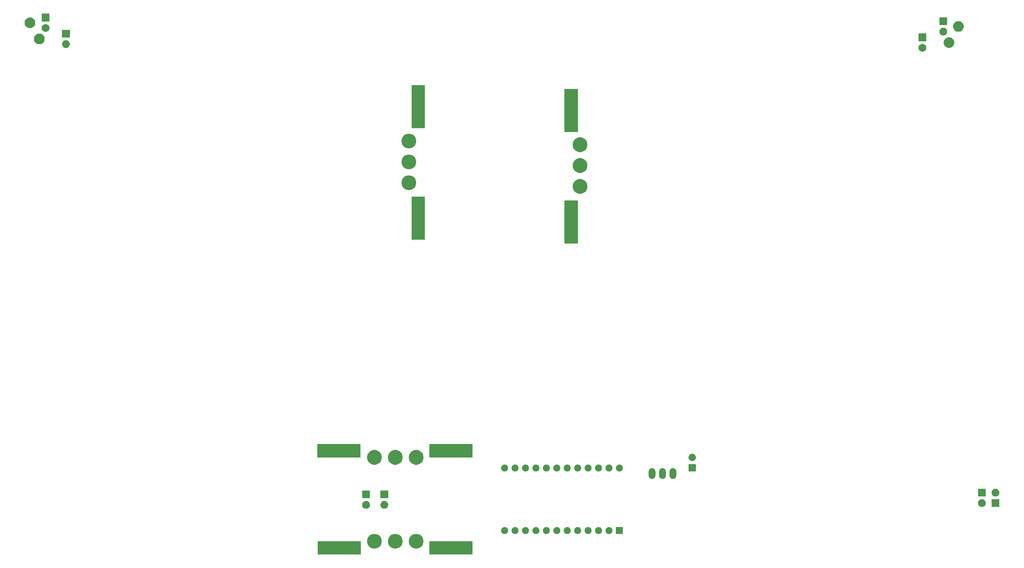
<source format=gbr>
G04 #@! TF.GenerationSoftware,KiCad,Pcbnew,(5.1.0)-1*
G04 #@! TF.CreationDate,2019-05-22T09:29:33+02:00*
G04 #@! TF.ProjectId,A320,41333230-2e6b-4696-9361-645f70636258,1*
G04 #@! TF.SameCoordinates,Original*
G04 #@! TF.FileFunction,Soldermask,Bot*
G04 #@! TF.FilePolarity,Negative*
%FSLAX46Y46*%
G04 Gerber Fmt 4.6, Leading zero omitted, Abs format (unit mm)*
G04 Created by KiCad (PCBNEW (5.1.0)-1) date 2019-05-22 09:29:33*
%MOMM*%
%LPD*%
G04 APERTURE LIST*
%ADD10C,0.100000*%
G04 APERTURE END LIST*
D10*
G36*
X168656000Y-60198000D02*
G01*
X165481000Y-60198000D01*
X165481000Y-49784000D01*
X168656000Y-49784000D01*
X168656000Y-60198000D01*
G37*
X168656000Y-60198000D02*
X165481000Y-60198000D01*
X165481000Y-49784000D01*
X168656000Y-49784000D01*
X168656000Y-60198000D01*
G36*
X168656000Y-87376000D02*
G01*
X165481000Y-87376000D01*
X165481000Y-76962000D01*
X168656000Y-76962000D01*
X168656000Y-87376000D01*
G37*
X168656000Y-87376000D02*
X165481000Y-87376000D01*
X165481000Y-76962000D01*
X168656000Y-76962000D01*
X168656000Y-87376000D01*
G36*
X205867000Y-61087000D02*
G01*
X202692000Y-61087000D01*
X202692000Y-50673000D01*
X205867000Y-50673000D01*
X205867000Y-61087000D01*
G37*
X205867000Y-61087000D02*
X202692000Y-61087000D01*
X202692000Y-50673000D01*
X205867000Y-50673000D01*
X205867000Y-61087000D01*
G36*
X205867000Y-88265000D02*
G01*
X202692000Y-88265000D01*
X202692000Y-77851000D01*
X205867000Y-77851000D01*
X205867000Y-88265000D01*
G37*
X205867000Y-88265000D02*
X202692000Y-88265000D01*
X202692000Y-77851000D01*
X205867000Y-77851000D01*
X205867000Y-88265000D01*
G36*
X180213000Y-164084000D02*
G01*
X169799000Y-164084000D01*
X169799000Y-160909000D01*
X180213000Y-160909000D01*
X180213000Y-164084000D01*
G37*
X180213000Y-164084000D02*
X169799000Y-164084000D01*
X169799000Y-160909000D01*
X180213000Y-160909000D01*
X180213000Y-164084000D01*
G36*
X153035000Y-164084000D02*
G01*
X142621000Y-164084000D01*
X142621000Y-160909000D01*
X153035000Y-160909000D01*
X153035000Y-164084000D01*
G37*
X153035000Y-164084000D02*
X142621000Y-164084000D01*
X142621000Y-160909000D01*
X153035000Y-160909000D01*
X153035000Y-164084000D01*
G36*
X180213000Y-140398500D02*
G01*
X169799000Y-140398500D01*
X169799000Y-137223500D01*
X180213000Y-137223500D01*
X180213000Y-140398500D01*
G37*
X180213000Y-140398500D02*
X169799000Y-140398500D01*
X169799000Y-137223500D01*
X180213000Y-137223500D01*
X180213000Y-140398500D01*
G36*
X152971500Y-140398500D02*
G01*
X142557500Y-140398500D01*
X142557500Y-137223500D01*
X152971500Y-137223500D01*
X152971500Y-140398500D01*
G37*
X152971500Y-140398500D02*
X142557500Y-140398500D01*
X142557500Y-137223500D01*
X152971500Y-137223500D01*
X152971500Y-140398500D01*
G36*
X156690905Y-159117789D02*
G01*
X156989350Y-159177153D01*
X157317122Y-159312921D01*
X157612109Y-159510025D01*
X157862975Y-159760891D01*
X158060079Y-160055878D01*
X158195847Y-160383650D01*
X158265060Y-160731611D01*
X158265060Y-161086389D01*
X158195847Y-161434350D01*
X158060079Y-161762122D01*
X157862975Y-162057109D01*
X157612109Y-162307975D01*
X157317122Y-162505079D01*
X156989350Y-162640847D01*
X156690905Y-162700211D01*
X156641390Y-162710060D01*
X156286610Y-162710060D01*
X156237095Y-162700211D01*
X155938650Y-162640847D01*
X155610878Y-162505079D01*
X155315891Y-162307975D01*
X155065025Y-162057109D01*
X154867921Y-161762122D01*
X154732153Y-161434350D01*
X154662940Y-161086389D01*
X154662940Y-160731611D01*
X154732153Y-160383650D01*
X154867921Y-160055878D01*
X155065025Y-159760891D01*
X155315891Y-159510025D01*
X155610878Y-159312921D01*
X155938650Y-159177153D01*
X156237095Y-159117789D01*
X156286610Y-159107940D01*
X156641390Y-159107940D01*
X156690905Y-159117789D01*
X156690905Y-159117789D01*
G37*
G36*
X166850905Y-159117789D02*
G01*
X167149350Y-159177153D01*
X167477122Y-159312921D01*
X167772109Y-159510025D01*
X168022975Y-159760891D01*
X168220079Y-160055878D01*
X168355847Y-160383650D01*
X168425060Y-160731611D01*
X168425060Y-161086389D01*
X168355847Y-161434350D01*
X168220079Y-161762122D01*
X168022975Y-162057109D01*
X167772109Y-162307975D01*
X167477122Y-162505079D01*
X167149350Y-162640847D01*
X166850905Y-162700211D01*
X166801390Y-162710060D01*
X166446610Y-162710060D01*
X166397095Y-162700211D01*
X166098650Y-162640847D01*
X165770878Y-162505079D01*
X165475891Y-162307975D01*
X165225025Y-162057109D01*
X165027921Y-161762122D01*
X164892153Y-161434350D01*
X164822940Y-161086389D01*
X164822940Y-160731611D01*
X164892153Y-160383650D01*
X165027921Y-160055878D01*
X165225025Y-159760891D01*
X165475891Y-159510025D01*
X165770878Y-159312921D01*
X166098650Y-159177153D01*
X166397095Y-159117789D01*
X166446610Y-159107940D01*
X166801390Y-159107940D01*
X166850905Y-159117789D01*
X166850905Y-159117789D01*
G37*
G36*
X161770905Y-159117789D02*
G01*
X162069350Y-159177153D01*
X162397122Y-159312921D01*
X162692109Y-159510025D01*
X162942975Y-159760891D01*
X163140079Y-160055878D01*
X163275847Y-160383650D01*
X163345060Y-160731611D01*
X163345060Y-161086389D01*
X163275847Y-161434350D01*
X163140079Y-161762122D01*
X162942975Y-162057109D01*
X162692109Y-162307975D01*
X162397122Y-162505079D01*
X162069350Y-162640847D01*
X161770905Y-162700211D01*
X161721390Y-162710060D01*
X161366610Y-162710060D01*
X161317095Y-162700211D01*
X161018650Y-162640847D01*
X160690878Y-162505079D01*
X160395891Y-162307975D01*
X160145025Y-162057109D01*
X159947921Y-161762122D01*
X159812153Y-161434350D01*
X159742940Y-161086389D01*
X159742940Y-160731611D01*
X159812153Y-160383650D01*
X159947921Y-160055878D01*
X160145025Y-159760891D01*
X160395891Y-159510025D01*
X160690878Y-159312921D01*
X161018650Y-159177153D01*
X161317095Y-159117789D01*
X161366610Y-159107940D01*
X161721390Y-159107940D01*
X161770905Y-159117789D01*
X161770905Y-159117789D01*
G37*
G36*
X216941500Y-159156500D02*
G01*
X215239500Y-159156500D01*
X215239500Y-157454500D01*
X216941500Y-157454500D01*
X216941500Y-159156500D01*
X216941500Y-159156500D01*
G37*
G36*
X188398728Y-157487203D02*
G01*
X188553600Y-157551353D01*
X188692981Y-157644485D01*
X188811515Y-157763019D01*
X188904647Y-157902400D01*
X188968797Y-158057272D01*
X189001500Y-158221684D01*
X189001500Y-158389316D01*
X188968797Y-158553728D01*
X188904647Y-158708600D01*
X188811515Y-158847981D01*
X188692981Y-158966515D01*
X188553600Y-159059647D01*
X188398728Y-159123797D01*
X188234316Y-159156500D01*
X188066684Y-159156500D01*
X187902272Y-159123797D01*
X187747400Y-159059647D01*
X187608019Y-158966515D01*
X187489485Y-158847981D01*
X187396353Y-158708600D01*
X187332203Y-158553728D01*
X187299500Y-158389316D01*
X187299500Y-158221684D01*
X187332203Y-158057272D01*
X187396353Y-157902400D01*
X187489485Y-157763019D01*
X187608019Y-157644485D01*
X187747400Y-157551353D01*
X187902272Y-157487203D01*
X188066684Y-157454500D01*
X188234316Y-157454500D01*
X188398728Y-157487203D01*
X188398728Y-157487203D01*
G37*
G36*
X213798728Y-157487203D02*
G01*
X213953600Y-157551353D01*
X214092981Y-157644485D01*
X214211515Y-157763019D01*
X214304647Y-157902400D01*
X214368797Y-158057272D01*
X214401500Y-158221684D01*
X214401500Y-158389316D01*
X214368797Y-158553728D01*
X214304647Y-158708600D01*
X214211515Y-158847981D01*
X214092981Y-158966515D01*
X213953600Y-159059647D01*
X213798728Y-159123797D01*
X213634316Y-159156500D01*
X213466684Y-159156500D01*
X213302272Y-159123797D01*
X213147400Y-159059647D01*
X213008019Y-158966515D01*
X212889485Y-158847981D01*
X212796353Y-158708600D01*
X212732203Y-158553728D01*
X212699500Y-158389316D01*
X212699500Y-158221684D01*
X212732203Y-158057272D01*
X212796353Y-157902400D01*
X212889485Y-157763019D01*
X213008019Y-157644485D01*
X213147400Y-157551353D01*
X213302272Y-157487203D01*
X213466684Y-157454500D01*
X213634316Y-157454500D01*
X213798728Y-157487203D01*
X213798728Y-157487203D01*
G37*
G36*
X211258728Y-157487203D02*
G01*
X211413600Y-157551353D01*
X211552981Y-157644485D01*
X211671515Y-157763019D01*
X211764647Y-157902400D01*
X211828797Y-158057272D01*
X211861500Y-158221684D01*
X211861500Y-158389316D01*
X211828797Y-158553728D01*
X211764647Y-158708600D01*
X211671515Y-158847981D01*
X211552981Y-158966515D01*
X211413600Y-159059647D01*
X211258728Y-159123797D01*
X211094316Y-159156500D01*
X210926684Y-159156500D01*
X210762272Y-159123797D01*
X210607400Y-159059647D01*
X210468019Y-158966515D01*
X210349485Y-158847981D01*
X210256353Y-158708600D01*
X210192203Y-158553728D01*
X210159500Y-158389316D01*
X210159500Y-158221684D01*
X210192203Y-158057272D01*
X210256353Y-157902400D01*
X210349485Y-157763019D01*
X210468019Y-157644485D01*
X210607400Y-157551353D01*
X210762272Y-157487203D01*
X210926684Y-157454500D01*
X211094316Y-157454500D01*
X211258728Y-157487203D01*
X211258728Y-157487203D01*
G37*
G36*
X208718728Y-157487203D02*
G01*
X208873600Y-157551353D01*
X209012981Y-157644485D01*
X209131515Y-157763019D01*
X209224647Y-157902400D01*
X209288797Y-158057272D01*
X209321500Y-158221684D01*
X209321500Y-158389316D01*
X209288797Y-158553728D01*
X209224647Y-158708600D01*
X209131515Y-158847981D01*
X209012981Y-158966515D01*
X208873600Y-159059647D01*
X208718728Y-159123797D01*
X208554316Y-159156500D01*
X208386684Y-159156500D01*
X208222272Y-159123797D01*
X208067400Y-159059647D01*
X207928019Y-158966515D01*
X207809485Y-158847981D01*
X207716353Y-158708600D01*
X207652203Y-158553728D01*
X207619500Y-158389316D01*
X207619500Y-158221684D01*
X207652203Y-158057272D01*
X207716353Y-157902400D01*
X207809485Y-157763019D01*
X207928019Y-157644485D01*
X208067400Y-157551353D01*
X208222272Y-157487203D01*
X208386684Y-157454500D01*
X208554316Y-157454500D01*
X208718728Y-157487203D01*
X208718728Y-157487203D01*
G37*
G36*
X206178728Y-157487203D02*
G01*
X206333600Y-157551353D01*
X206472981Y-157644485D01*
X206591515Y-157763019D01*
X206684647Y-157902400D01*
X206748797Y-158057272D01*
X206781500Y-158221684D01*
X206781500Y-158389316D01*
X206748797Y-158553728D01*
X206684647Y-158708600D01*
X206591515Y-158847981D01*
X206472981Y-158966515D01*
X206333600Y-159059647D01*
X206178728Y-159123797D01*
X206014316Y-159156500D01*
X205846684Y-159156500D01*
X205682272Y-159123797D01*
X205527400Y-159059647D01*
X205388019Y-158966515D01*
X205269485Y-158847981D01*
X205176353Y-158708600D01*
X205112203Y-158553728D01*
X205079500Y-158389316D01*
X205079500Y-158221684D01*
X205112203Y-158057272D01*
X205176353Y-157902400D01*
X205269485Y-157763019D01*
X205388019Y-157644485D01*
X205527400Y-157551353D01*
X205682272Y-157487203D01*
X205846684Y-157454500D01*
X206014316Y-157454500D01*
X206178728Y-157487203D01*
X206178728Y-157487203D01*
G37*
G36*
X203638728Y-157487203D02*
G01*
X203793600Y-157551353D01*
X203932981Y-157644485D01*
X204051515Y-157763019D01*
X204144647Y-157902400D01*
X204208797Y-158057272D01*
X204241500Y-158221684D01*
X204241500Y-158389316D01*
X204208797Y-158553728D01*
X204144647Y-158708600D01*
X204051515Y-158847981D01*
X203932981Y-158966515D01*
X203793600Y-159059647D01*
X203638728Y-159123797D01*
X203474316Y-159156500D01*
X203306684Y-159156500D01*
X203142272Y-159123797D01*
X202987400Y-159059647D01*
X202848019Y-158966515D01*
X202729485Y-158847981D01*
X202636353Y-158708600D01*
X202572203Y-158553728D01*
X202539500Y-158389316D01*
X202539500Y-158221684D01*
X202572203Y-158057272D01*
X202636353Y-157902400D01*
X202729485Y-157763019D01*
X202848019Y-157644485D01*
X202987400Y-157551353D01*
X203142272Y-157487203D01*
X203306684Y-157454500D01*
X203474316Y-157454500D01*
X203638728Y-157487203D01*
X203638728Y-157487203D01*
G37*
G36*
X201098728Y-157487203D02*
G01*
X201253600Y-157551353D01*
X201392981Y-157644485D01*
X201511515Y-157763019D01*
X201604647Y-157902400D01*
X201668797Y-158057272D01*
X201701500Y-158221684D01*
X201701500Y-158389316D01*
X201668797Y-158553728D01*
X201604647Y-158708600D01*
X201511515Y-158847981D01*
X201392981Y-158966515D01*
X201253600Y-159059647D01*
X201098728Y-159123797D01*
X200934316Y-159156500D01*
X200766684Y-159156500D01*
X200602272Y-159123797D01*
X200447400Y-159059647D01*
X200308019Y-158966515D01*
X200189485Y-158847981D01*
X200096353Y-158708600D01*
X200032203Y-158553728D01*
X199999500Y-158389316D01*
X199999500Y-158221684D01*
X200032203Y-158057272D01*
X200096353Y-157902400D01*
X200189485Y-157763019D01*
X200308019Y-157644485D01*
X200447400Y-157551353D01*
X200602272Y-157487203D01*
X200766684Y-157454500D01*
X200934316Y-157454500D01*
X201098728Y-157487203D01*
X201098728Y-157487203D01*
G37*
G36*
X198558728Y-157487203D02*
G01*
X198713600Y-157551353D01*
X198852981Y-157644485D01*
X198971515Y-157763019D01*
X199064647Y-157902400D01*
X199128797Y-158057272D01*
X199161500Y-158221684D01*
X199161500Y-158389316D01*
X199128797Y-158553728D01*
X199064647Y-158708600D01*
X198971515Y-158847981D01*
X198852981Y-158966515D01*
X198713600Y-159059647D01*
X198558728Y-159123797D01*
X198394316Y-159156500D01*
X198226684Y-159156500D01*
X198062272Y-159123797D01*
X197907400Y-159059647D01*
X197768019Y-158966515D01*
X197649485Y-158847981D01*
X197556353Y-158708600D01*
X197492203Y-158553728D01*
X197459500Y-158389316D01*
X197459500Y-158221684D01*
X197492203Y-158057272D01*
X197556353Y-157902400D01*
X197649485Y-157763019D01*
X197768019Y-157644485D01*
X197907400Y-157551353D01*
X198062272Y-157487203D01*
X198226684Y-157454500D01*
X198394316Y-157454500D01*
X198558728Y-157487203D01*
X198558728Y-157487203D01*
G37*
G36*
X196018728Y-157487203D02*
G01*
X196173600Y-157551353D01*
X196312981Y-157644485D01*
X196431515Y-157763019D01*
X196524647Y-157902400D01*
X196588797Y-158057272D01*
X196621500Y-158221684D01*
X196621500Y-158389316D01*
X196588797Y-158553728D01*
X196524647Y-158708600D01*
X196431515Y-158847981D01*
X196312981Y-158966515D01*
X196173600Y-159059647D01*
X196018728Y-159123797D01*
X195854316Y-159156500D01*
X195686684Y-159156500D01*
X195522272Y-159123797D01*
X195367400Y-159059647D01*
X195228019Y-158966515D01*
X195109485Y-158847981D01*
X195016353Y-158708600D01*
X194952203Y-158553728D01*
X194919500Y-158389316D01*
X194919500Y-158221684D01*
X194952203Y-158057272D01*
X195016353Y-157902400D01*
X195109485Y-157763019D01*
X195228019Y-157644485D01*
X195367400Y-157551353D01*
X195522272Y-157487203D01*
X195686684Y-157454500D01*
X195854316Y-157454500D01*
X196018728Y-157487203D01*
X196018728Y-157487203D01*
G37*
G36*
X193478728Y-157487203D02*
G01*
X193633600Y-157551353D01*
X193772981Y-157644485D01*
X193891515Y-157763019D01*
X193984647Y-157902400D01*
X194048797Y-158057272D01*
X194081500Y-158221684D01*
X194081500Y-158389316D01*
X194048797Y-158553728D01*
X193984647Y-158708600D01*
X193891515Y-158847981D01*
X193772981Y-158966515D01*
X193633600Y-159059647D01*
X193478728Y-159123797D01*
X193314316Y-159156500D01*
X193146684Y-159156500D01*
X192982272Y-159123797D01*
X192827400Y-159059647D01*
X192688019Y-158966515D01*
X192569485Y-158847981D01*
X192476353Y-158708600D01*
X192412203Y-158553728D01*
X192379500Y-158389316D01*
X192379500Y-158221684D01*
X192412203Y-158057272D01*
X192476353Y-157902400D01*
X192569485Y-157763019D01*
X192688019Y-157644485D01*
X192827400Y-157551353D01*
X192982272Y-157487203D01*
X193146684Y-157454500D01*
X193314316Y-157454500D01*
X193478728Y-157487203D01*
X193478728Y-157487203D01*
G37*
G36*
X190938728Y-157487203D02*
G01*
X191093600Y-157551353D01*
X191232981Y-157644485D01*
X191351515Y-157763019D01*
X191444647Y-157902400D01*
X191508797Y-158057272D01*
X191541500Y-158221684D01*
X191541500Y-158389316D01*
X191508797Y-158553728D01*
X191444647Y-158708600D01*
X191351515Y-158847981D01*
X191232981Y-158966515D01*
X191093600Y-159059647D01*
X190938728Y-159123797D01*
X190774316Y-159156500D01*
X190606684Y-159156500D01*
X190442272Y-159123797D01*
X190287400Y-159059647D01*
X190148019Y-158966515D01*
X190029485Y-158847981D01*
X189936353Y-158708600D01*
X189872203Y-158553728D01*
X189839500Y-158389316D01*
X189839500Y-158221684D01*
X189872203Y-158057272D01*
X189936353Y-157902400D01*
X190029485Y-157763019D01*
X190148019Y-157644485D01*
X190287400Y-157551353D01*
X190442272Y-157487203D01*
X190606684Y-157454500D01*
X190774316Y-157454500D01*
X190938728Y-157487203D01*
X190938728Y-157487203D01*
G37*
G36*
X159168395Y-151127546D02*
G01*
X159341466Y-151199234D01*
X159341467Y-151199235D01*
X159497227Y-151303310D01*
X159629690Y-151435773D01*
X159629691Y-151435775D01*
X159733766Y-151591534D01*
X159805454Y-151764605D01*
X159842000Y-151948333D01*
X159842000Y-152135667D01*
X159805454Y-152319395D01*
X159733766Y-152492466D01*
X159733765Y-152492467D01*
X159629690Y-152648227D01*
X159497227Y-152780690D01*
X159418818Y-152833081D01*
X159341466Y-152884766D01*
X159168395Y-152956454D01*
X158984667Y-152993000D01*
X158797333Y-152993000D01*
X158613605Y-152956454D01*
X158440534Y-152884766D01*
X158363182Y-152833081D01*
X158284773Y-152780690D01*
X158152310Y-152648227D01*
X158048235Y-152492467D01*
X158048234Y-152492466D01*
X157976546Y-152319395D01*
X157940000Y-152135667D01*
X157940000Y-151948333D01*
X157976546Y-151764605D01*
X158048234Y-151591534D01*
X158152309Y-151435775D01*
X158152310Y-151435773D01*
X158284773Y-151303310D01*
X158440533Y-151199235D01*
X158440534Y-151199234D01*
X158613605Y-151127546D01*
X158797333Y-151091000D01*
X158984667Y-151091000D01*
X159168395Y-151127546D01*
X159168395Y-151127546D01*
G37*
G36*
X154723395Y-151127546D02*
G01*
X154896466Y-151199234D01*
X154896467Y-151199235D01*
X155052227Y-151303310D01*
X155184690Y-151435773D01*
X155184691Y-151435775D01*
X155288766Y-151591534D01*
X155360454Y-151764605D01*
X155397000Y-151948333D01*
X155397000Y-152135667D01*
X155360454Y-152319395D01*
X155288766Y-152492466D01*
X155288765Y-152492467D01*
X155184690Y-152648227D01*
X155052227Y-152780690D01*
X154973818Y-152833081D01*
X154896466Y-152884766D01*
X154723395Y-152956454D01*
X154539667Y-152993000D01*
X154352333Y-152993000D01*
X154168605Y-152956454D01*
X153995534Y-152884766D01*
X153918182Y-152833081D01*
X153839773Y-152780690D01*
X153707310Y-152648227D01*
X153603235Y-152492467D01*
X153603234Y-152492466D01*
X153531546Y-152319395D01*
X153495000Y-152135667D01*
X153495000Y-151948333D01*
X153531546Y-151764605D01*
X153603234Y-151591534D01*
X153707309Y-151435775D01*
X153707310Y-151435773D01*
X153839773Y-151303310D01*
X153995533Y-151199235D01*
X153995534Y-151199234D01*
X154168605Y-151127546D01*
X154352333Y-151091000D01*
X154539667Y-151091000D01*
X154723395Y-151127546D01*
X154723395Y-151127546D01*
G37*
G36*
X308545000Y-152560000D02*
G01*
X306643000Y-152560000D01*
X306643000Y-150658000D01*
X308545000Y-150658000D01*
X308545000Y-152560000D01*
X308545000Y-152560000D01*
G37*
G36*
X304561395Y-150694546D02*
G01*
X304734466Y-150766234D01*
X304734467Y-150766235D01*
X304890227Y-150870310D01*
X305022690Y-151002773D01*
X305022691Y-151002775D01*
X305126766Y-151158534D01*
X305198454Y-151331605D01*
X305235000Y-151515333D01*
X305235000Y-151702667D01*
X305198454Y-151886395D01*
X305126766Y-152059466D01*
X305126765Y-152059467D01*
X305022690Y-152215227D01*
X304890227Y-152347690D01*
X304811818Y-152400081D01*
X304734466Y-152451766D01*
X304561395Y-152523454D01*
X304377667Y-152560000D01*
X304190333Y-152560000D01*
X304006605Y-152523454D01*
X303833534Y-152451766D01*
X303756182Y-152400081D01*
X303677773Y-152347690D01*
X303545310Y-152215227D01*
X303441235Y-152059467D01*
X303441234Y-152059466D01*
X303369546Y-151886395D01*
X303333000Y-151702667D01*
X303333000Y-151515333D01*
X303369546Y-151331605D01*
X303441234Y-151158534D01*
X303545309Y-151002775D01*
X303545310Y-151002773D01*
X303677773Y-150870310D01*
X303833533Y-150766235D01*
X303833534Y-150766234D01*
X304006605Y-150694546D01*
X304190333Y-150658000D01*
X304377667Y-150658000D01*
X304561395Y-150694546D01*
X304561395Y-150694546D01*
G37*
G36*
X159842000Y-150453000D02*
G01*
X157940000Y-150453000D01*
X157940000Y-148551000D01*
X159842000Y-148551000D01*
X159842000Y-150453000D01*
X159842000Y-150453000D01*
G37*
G36*
X155397000Y-150453000D02*
G01*
X153495000Y-150453000D01*
X153495000Y-148551000D01*
X155397000Y-148551000D01*
X155397000Y-150453000D01*
X155397000Y-150453000D01*
G37*
G36*
X307871395Y-148154546D02*
G01*
X308044466Y-148226234D01*
X308044467Y-148226235D01*
X308200227Y-148330310D01*
X308332690Y-148462773D01*
X308332691Y-148462775D01*
X308436766Y-148618534D01*
X308508454Y-148791605D01*
X308545000Y-148975333D01*
X308545000Y-149162667D01*
X308508454Y-149346395D01*
X308436766Y-149519466D01*
X308436765Y-149519467D01*
X308332690Y-149675227D01*
X308200227Y-149807690D01*
X308121818Y-149860081D01*
X308044466Y-149911766D01*
X307871395Y-149983454D01*
X307687667Y-150020000D01*
X307500333Y-150020000D01*
X307316605Y-149983454D01*
X307143534Y-149911766D01*
X307066182Y-149860081D01*
X306987773Y-149807690D01*
X306855310Y-149675227D01*
X306751235Y-149519467D01*
X306751234Y-149519466D01*
X306679546Y-149346395D01*
X306643000Y-149162667D01*
X306643000Y-148975333D01*
X306679546Y-148791605D01*
X306751234Y-148618534D01*
X306855309Y-148462775D01*
X306855310Y-148462773D01*
X306987773Y-148330310D01*
X307143533Y-148226235D01*
X307143534Y-148226234D01*
X307316605Y-148154546D01*
X307500333Y-148118000D01*
X307687667Y-148118000D01*
X307871395Y-148154546D01*
X307871395Y-148154546D01*
G37*
G36*
X305235000Y-150020000D02*
G01*
X303333000Y-150020000D01*
X303333000Y-148118000D01*
X305235000Y-148118000D01*
X305235000Y-150020000D01*
X305235000Y-150020000D01*
G37*
G36*
X229267376Y-143097764D02*
G01*
X229420627Y-143144252D01*
X229420630Y-143144253D01*
X229561863Y-143219744D01*
X229685659Y-143321341D01*
X229787256Y-143445137D01*
X229862747Y-143586370D01*
X229862748Y-143586373D01*
X229909236Y-143739624D01*
X229921000Y-143859067D01*
X229921000Y-144938933D01*
X229909236Y-145058376D01*
X229862748Y-145211626D01*
X229862747Y-145211630D01*
X229787256Y-145352863D01*
X229685659Y-145476659D01*
X229561863Y-145578256D01*
X229420629Y-145653747D01*
X229420626Y-145653748D01*
X229267375Y-145700236D01*
X229108000Y-145715933D01*
X228948624Y-145700236D01*
X228795373Y-145653748D01*
X228795370Y-145653747D01*
X228654137Y-145578256D01*
X228530341Y-145476659D01*
X228428744Y-145352863D01*
X228353253Y-145211629D01*
X228353252Y-145211626D01*
X228306764Y-145058375D01*
X228295000Y-144938932D01*
X228295001Y-143859067D01*
X228306765Y-143739624D01*
X228353253Y-143586373D01*
X228353254Y-143586370D01*
X228428745Y-143445137D01*
X228530342Y-143321341D01*
X228654138Y-143219744D01*
X228795371Y-143144253D01*
X228795374Y-143144252D01*
X228948625Y-143097764D01*
X229108000Y-143082067D01*
X229267376Y-143097764D01*
X229267376Y-143097764D01*
G37*
G36*
X224187376Y-143097764D02*
G01*
X224340627Y-143144252D01*
X224340630Y-143144253D01*
X224481863Y-143219744D01*
X224605659Y-143321341D01*
X224707256Y-143445137D01*
X224782747Y-143586370D01*
X224782748Y-143586373D01*
X224829236Y-143739624D01*
X224841000Y-143859067D01*
X224841000Y-144938933D01*
X224829236Y-145058376D01*
X224782748Y-145211626D01*
X224782747Y-145211630D01*
X224707256Y-145352863D01*
X224605659Y-145476659D01*
X224481863Y-145578256D01*
X224340629Y-145653747D01*
X224340626Y-145653748D01*
X224187375Y-145700236D01*
X224028000Y-145715933D01*
X223868624Y-145700236D01*
X223715373Y-145653748D01*
X223715370Y-145653747D01*
X223574137Y-145578256D01*
X223450341Y-145476659D01*
X223348744Y-145352863D01*
X223273253Y-145211629D01*
X223273252Y-145211626D01*
X223226764Y-145058375D01*
X223215000Y-144938932D01*
X223215001Y-143859067D01*
X223226765Y-143739624D01*
X223273253Y-143586373D01*
X223273254Y-143586370D01*
X223348745Y-143445137D01*
X223450342Y-143321341D01*
X223574138Y-143219744D01*
X223715371Y-143144253D01*
X223715374Y-143144252D01*
X223868625Y-143097764D01*
X224028000Y-143082067D01*
X224187376Y-143097764D01*
X224187376Y-143097764D01*
G37*
G36*
X226727376Y-143097764D02*
G01*
X226880627Y-143144252D01*
X226880630Y-143144253D01*
X227021863Y-143219744D01*
X227145659Y-143321341D01*
X227247256Y-143445137D01*
X227322747Y-143586370D01*
X227322748Y-143586373D01*
X227369236Y-143739624D01*
X227381000Y-143859067D01*
X227381000Y-144938933D01*
X227369236Y-145058376D01*
X227322748Y-145211626D01*
X227322747Y-145211630D01*
X227247256Y-145352863D01*
X227145659Y-145476659D01*
X227021863Y-145578256D01*
X226880629Y-145653747D01*
X226880626Y-145653748D01*
X226727375Y-145700236D01*
X226568000Y-145715933D01*
X226408624Y-145700236D01*
X226255373Y-145653748D01*
X226255370Y-145653747D01*
X226114137Y-145578256D01*
X225990341Y-145476659D01*
X225888744Y-145352863D01*
X225813253Y-145211629D01*
X225813252Y-145211626D01*
X225766764Y-145058375D01*
X225755000Y-144938932D01*
X225755001Y-143859067D01*
X225766765Y-143739624D01*
X225813253Y-143586373D01*
X225813254Y-143586370D01*
X225888745Y-143445137D01*
X225990342Y-143321341D01*
X226114138Y-143219744D01*
X226255371Y-143144253D01*
X226255374Y-143144252D01*
X226408625Y-143097764D01*
X226568000Y-143082067D01*
X226727376Y-143097764D01*
X226727376Y-143097764D01*
G37*
G36*
X208718728Y-142247203D02*
G01*
X208873600Y-142311353D01*
X209012981Y-142404485D01*
X209131515Y-142523019D01*
X209224647Y-142662400D01*
X209288797Y-142817272D01*
X209321500Y-142981684D01*
X209321500Y-143149316D01*
X209288797Y-143313728D01*
X209224647Y-143468600D01*
X209131515Y-143607981D01*
X209012981Y-143726515D01*
X208873600Y-143819647D01*
X208718728Y-143883797D01*
X208554316Y-143916500D01*
X208386684Y-143916500D01*
X208222272Y-143883797D01*
X208067400Y-143819647D01*
X207928019Y-143726515D01*
X207809485Y-143607981D01*
X207716353Y-143468600D01*
X207652203Y-143313728D01*
X207619500Y-143149316D01*
X207619500Y-142981684D01*
X207652203Y-142817272D01*
X207716353Y-142662400D01*
X207809485Y-142523019D01*
X207928019Y-142404485D01*
X208067400Y-142311353D01*
X208222272Y-142247203D01*
X208386684Y-142214500D01*
X208554316Y-142214500D01*
X208718728Y-142247203D01*
X208718728Y-142247203D01*
G37*
G36*
X188398728Y-142247203D02*
G01*
X188553600Y-142311353D01*
X188692981Y-142404485D01*
X188811515Y-142523019D01*
X188904647Y-142662400D01*
X188968797Y-142817272D01*
X189001500Y-142981684D01*
X189001500Y-143149316D01*
X188968797Y-143313728D01*
X188904647Y-143468600D01*
X188811515Y-143607981D01*
X188692981Y-143726515D01*
X188553600Y-143819647D01*
X188398728Y-143883797D01*
X188234316Y-143916500D01*
X188066684Y-143916500D01*
X187902272Y-143883797D01*
X187747400Y-143819647D01*
X187608019Y-143726515D01*
X187489485Y-143607981D01*
X187396353Y-143468600D01*
X187332203Y-143313728D01*
X187299500Y-143149316D01*
X187299500Y-142981684D01*
X187332203Y-142817272D01*
X187396353Y-142662400D01*
X187489485Y-142523019D01*
X187608019Y-142404485D01*
X187747400Y-142311353D01*
X187902272Y-142247203D01*
X188066684Y-142214500D01*
X188234316Y-142214500D01*
X188398728Y-142247203D01*
X188398728Y-142247203D01*
G37*
G36*
X190938728Y-142247203D02*
G01*
X191093600Y-142311353D01*
X191232981Y-142404485D01*
X191351515Y-142523019D01*
X191444647Y-142662400D01*
X191508797Y-142817272D01*
X191541500Y-142981684D01*
X191541500Y-143149316D01*
X191508797Y-143313728D01*
X191444647Y-143468600D01*
X191351515Y-143607981D01*
X191232981Y-143726515D01*
X191093600Y-143819647D01*
X190938728Y-143883797D01*
X190774316Y-143916500D01*
X190606684Y-143916500D01*
X190442272Y-143883797D01*
X190287400Y-143819647D01*
X190148019Y-143726515D01*
X190029485Y-143607981D01*
X189936353Y-143468600D01*
X189872203Y-143313728D01*
X189839500Y-143149316D01*
X189839500Y-142981684D01*
X189872203Y-142817272D01*
X189936353Y-142662400D01*
X190029485Y-142523019D01*
X190148019Y-142404485D01*
X190287400Y-142311353D01*
X190442272Y-142247203D01*
X190606684Y-142214500D01*
X190774316Y-142214500D01*
X190938728Y-142247203D01*
X190938728Y-142247203D01*
G37*
G36*
X193478728Y-142247203D02*
G01*
X193633600Y-142311353D01*
X193772981Y-142404485D01*
X193891515Y-142523019D01*
X193984647Y-142662400D01*
X194048797Y-142817272D01*
X194081500Y-142981684D01*
X194081500Y-143149316D01*
X194048797Y-143313728D01*
X193984647Y-143468600D01*
X193891515Y-143607981D01*
X193772981Y-143726515D01*
X193633600Y-143819647D01*
X193478728Y-143883797D01*
X193314316Y-143916500D01*
X193146684Y-143916500D01*
X192982272Y-143883797D01*
X192827400Y-143819647D01*
X192688019Y-143726515D01*
X192569485Y-143607981D01*
X192476353Y-143468600D01*
X192412203Y-143313728D01*
X192379500Y-143149316D01*
X192379500Y-142981684D01*
X192412203Y-142817272D01*
X192476353Y-142662400D01*
X192569485Y-142523019D01*
X192688019Y-142404485D01*
X192827400Y-142311353D01*
X192982272Y-142247203D01*
X193146684Y-142214500D01*
X193314316Y-142214500D01*
X193478728Y-142247203D01*
X193478728Y-142247203D01*
G37*
G36*
X196018728Y-142247203D02*
G01*
X196173600Y-142311353D01*
X196312981Y-142404485D01*
X196431515Y-142523019D01*
X196524647Y-142662400D01*
X196588797Y-142817272D01*
X196621500Y-142981684D01*
X196621500Y-143149316D01*
X196588797Y-143313728D01*
X196524647Y-143468600D01*
X196431515Y-143607981D01*
X196312981Y-143726515D01*
X196173600Y-143819647D01*
X196018728Y-143883797D01*
X195854316Y-143916500D01*
X195686684Y-143916500D01*
X195522272Y-143883797D01*
X195367400Y-143819647D01*
X195228019Y-143726515D01*
X195109485Y-143607981D01*
X195016353Y-143468600D01*
X194952203Y-143313728D01*
X194919500Y-143149316D01*
X194919500Y-142981684D01*
X194952203Y-142817272D01*
X195016353Y-142662400D01*
X195109485Y-142523019D01*
X195228019Y-142404485D01*
X195367400Y-142311353D01*
X195522272Y-142247203D01*
X195686684Y-142214500D01*
X195854316Y-142214500D01*
X196018728Y-142247203D01*
X196018728Y-142247203D01*
G37*
G36*
X198558728Y-142247203D02*
G01*
X198713600Y-142311353D01*
X198852981Y-142404485D01*
X198971515Y-142523019D01*
X199064647Y-142662400D01*
X199128797Y-142817272D01*
X199161500Y-142981684D01*
X199161500Y-143149316D01*
X199128797Y-143313728D01*
X199064647Y-143468600D01*
X198971515Y-143607981D01*
X198852981Y-143726515D01*
X198713600Y-143819647D01*
X198558728Y-143883797D01*
X198394316Y-143916500D01*
X198226684Y-143916500D01*
X198062272Y-143883797D01*
X197907400Y-143819647D01*
X197768019Y-143726515D01*
X197649485Y-143607981D01*
X197556353Y-143468600D01*
X197492203Y-143313728D01*
X197459500Y-143149316D01*
X197459500Y-142981684D01*
X197492203Y-142817272D01*
X197556353Y-142662400D01*
X197649485Y-142523019D01*
X197768019Y-142404485D01*
X197907400Y-142311353D01*
X198062272Y-142247203D01*
X198226684Y-142214500D01*
X198394316Y-142214500D01*
X198558728Y-142247203D01*
X198558728Y-142247203D01*
G37*
G36*
X206178728Y-142247203D02*
G01*
X206333600Y-142311353D01*
X206472981Y-142404485D01*
X206591515Y-142523019D01*
X206684647Y-142662400D01*
X206748797Y-142817272D01*
X206781500Y-142981684D01*
X206781500Y-143149316D01*
X206748797Y-143313728D01*
X206684647Y-143468600D01*
X206591515Y-143607981D01*
X206472981Y-143726515D01*
X206333600Y-143819647D01*
X206178728Y-143883797D01*
X206014316Y-143916500D01*
X205846684Y-143916500D01*
X205682272Y-143883797D01*
X205527400Y-143819647D01*
X205388019Y-143726515D01*
X205269485Y-143607981D01*
X205176353Y-143468600D01*
X205112203Y-143313728D01*
X205079500Y-143149316D01*
X205079500Y-142981684D01*
X205112203Y-142817272D01*
X205176353Y-142662400D01*
X205269485Y-142523019D01*
X205388019Y-142404485D01*
X205527400Y-142311353D01*
X205682272Y-142247203D01*
X205846684Y-142214500D01*
X206014316Y-142214500D01*
X206178728Y-142247203D01*
X206178728Y-142247203D01*
G37*
G36*
X211258728Y-142247203D02*
G01*
X211413600Y-142311353D01*
X211552981Y-142404485D01*
X211671515Y-142523019D01*
X211764647Y-142662400D01*
X211828797Y-142817272D01*
X211861500Y-142981684D01*
X211861500Y-143149316D01*
X211828797Y-143313728D01*
X211764647Y-143468600D01*
X211671515Y-143607981D01*
X211552981Y-143726515D01*
X211413600Y-143819647D01*
X211258728Y-143883797D01*
X211094316Y-143916500D01*
X210926684Y-143916500D01*
X210762272Y-143883797D01*
X210607400Y-143819647D01*
X210468019Y-143726515D01*
X210349485Y-143607981D01*
X210256353Y-143468600D01*
X210192203Y-143313728D01*
X210159500Y-143149316D01*
X210159500Y-142981684D01*
X210192203Y-142817272D01*
X210256353Y-142662400D01*
X210349485Y-142523019D01*
X210468019Y-142404485D01*
X210607400Y-142311353D01*
X210762272Y-142247203D01*
X210926684Y-142214500D01*
X211094316Y-142214500D01*
X211258728Y-142247203D01*
X211258728Y-142247203D01*
G37*
G36*
X213798728Y-142247203D02*
G01*
X213953600Y-142311353D01*
X214092981Y-142404485D01*
X214211515Y-142523019D01*
X214304647Y-142662400D01*
X214368797Y-142817272D01*
X214401500Y-142981684D01*
X214401500Y-143149316D01*
X214368797Y-143313728D01*
X214304647Y-143468600D01*
X214211515Y-143607981D01*
X214092981Y-143726515D01*
X213953600Y-143819647D01*
X213798728Y-143883797D01*
X213634316Y-143916500D01*
X213466684Y-143916500D01*
X213302272Y-143883797D01*
X213147400Y-143819647D01*
X213008019Y-143726515D01*
X212889485Y-143607981D01*
X212796353Y-143468600D01*
X212732203Y-143313728D01*
X212699500Y-143149316D01*
X212699500Y-142981684D01*
X212732203Y-142817272D01*
X212796353Y-142662400D01*
X212889485Y-142523019D01*
X213008019Y-142404485D01*
X213147400Y-142311353D01*
X213302272Y-142247203D01*
X213466684Y-142214500D01*
X213634316Y-142214500D01*
X213798728Y-142247203D01*
X213798728Y-142247203D01*
G37*
G36*
X216338728Y-142247203D02*
G01*
X216493600Y-142311353D01*
X216632981Y-142404485D01*
X216751515Y-142523019D01*
X216844647Y-142662400D01*
X216908797Y-142817272D01*
X216941500Y-142981684D01*
X216941500Y-143149316D01*
X216908797Y-143313728D01*
X216844647Y-143468600D01*
X216751515Y-143607981D01*
X216632981Y-143726515D01*
X216493600Y-143819647D01*
X216338728Y-143883797D01*
X216174316Y-143916500D01*
X216006684Y-143916500D01*
X215842272Y-143883797D01*
X215687400Y-143819647D01*
X215548019Y-143726515D01*
X215429485Y-143607981D01*
X215336353Y-143468600D01*
X215272203Y-143313728D01*
X215239500Y-143149316D01*
X215239500Y-142981684D01*
X215272203Y-142817272D01*
X215336353Y-142662400D01*
X215429485Y-142523019D01*
X215548019Y-142404485D01*
X215687400Y-142311353D01*
X215842272Y-142247203D01*
X216006684Y-142214500D01*
X216174316Y-142214500D01*
X216338728Y-142247203D01*
X216338728Y-142247203D01*
G37*
G36*
X203638728Y-142247203D02*
G01*
X203793600Y-142311353D01*
X203932981Y-142404485D01*
X204051515Y-142523019D01*
X204144647Y-142662400D01*
X204208797Y-142817272D01*
X204241500Y-142981684D01*
X204241500Y-143149316D01*
X204208797Y-143313728D01*
X204144647Y-143468600D01*
X204051515Y-143607981D01*
X203932981Y-143726515D01*
X203793600Y-143819647D01*
X203638728Y-143883797D01*
X203474316Y-143916500D01*
X203306684Y-143916500D01*
X203142272Y-143883797D01*
X202987400Y-143819647D01*
X202848019Y-143726515D01*
X202729485Y-143607981D01*
X202636353Y-143468600D01*
X202572203Y-143313728D01*
X202539500Y-143149316D01*
X202539500Y-142981684D01*
X202572203Y-142817272D01*
X202636353Y-142662400D01*
X202729485Y-142523019D01*
X202848019Y-142404485D01*
X202987400Y-142311353D01*
X203142272Y-142247203D01*
X203306684Y-142214500D01*
X203474316Y-142214500D01*
X203638728Y-142247203D01*
X203638728Y-142247203D01*
G37*
G36*
X201098728Y-142247203D02*
G01*
X201253600Y-142311353D01*
X201392981Y-142404485D01*
X201511515Y-142523019D01*
X201604647Y-142662400D01*
X201668797Y-142817272D01*
X201701500Y-142981684D01*
X201701500Y-143149316D01*
X201668797Y-143313728D01*
X201604647Y-143468600D01*
X201511515Y-143607981D01*
X201392981Y-143726515D01*
X201253600Y-143819647D01*
X201098728Y-143883797D01*
X200934316Y-143916500D01*
X200766684Y-143916500D01*
X200602272Y-143883797D01*
X200447400Y-143819647D01*
X200308019Y-143726515D01*
X200189485Y-143607981D01*
X200096353Y-143468600D01*
X200032203Y-143313728D01*
X199999500Y-143149316D01*
X199999500Y-142981684D01*
X200032203Y-142817272D01*
X200096353Y-142662400D01*
X200189485Y-142523019D01*
X200308019Y-142404485D01*
X200447400Y-142311353D01*
X200602272Y-142247203D01*
X200766684Y-142214500D01*
X200934316Y-142214500D01*
X201098728Y-142247203D01*
X201098728Y-142247203D01*
G37*
G36*
X234708000Y-143903000D02*
G01*
X232906000Y-143903000D01*
X232906000Y-142101000D01*
X234708000Y-142101000D01*
X234708000Y-143903000D01*
X234708000Y-143903000D01*
G37*
G36*
X156690905Y-138670789D02*
G01*
X156989350Y-138730153D01*
X157317122Y-138865921D01*
X157612109Y-139063025D01*
X157862975Y-139313891D01*
X158060079Y-139608878D01*
X158195847Y-139936650D01*
X158265060Y-140284611D01*
X158265060Y-140639389D01*
X158195847Y-140987350D01*
X158060079Y-141315122D01*
X157862975Y-141610109D01*
X157612109Y-141860975D01*
X157317122Y-142058079D01*
X156989350Y-142193847D01*
X156721108Y-142247203D01*
X156641390Y-142263060D01*
X156286610Y-142263060D01*
X156206892Y-142247203D01*
X155938650Y-142193847D01*
X155610878Y-142058079D01*
X155315891Y-141860975D01*
X155065025Y-141610109D01*
X154867921Y-141315122D01*
X154732153Y-140987350D01*
X154662940Y-140639389D01*
X154662940Y-140284611D01*
X154732153Y-139936650D01*
X154867921Y-139608878D01*
X155065025Y-139313891D01*
X155315891Y-139063025D01*
X155610878Y-138865921D01*
X155938650Y-138730153D01*
X156237095Y-138670789D01*
X156286610Y-138660940D01*
X156641390Y-138660940D01*
X156690905Y-138670789D01*
X156690905Y-138670789D01*
G37*
G36*
X161770905Y-138670789D02*
G01*
X162069350Y-138730153D01*
X162397122Y-138865921D01*
X162692109Y-139063025D01*
X162942975Y-139313891D01*
X163140079Y-139608878D01*
X163275847Y-139936650D01*
X163345060Y-140284611D01*
X163345060Y-140639389D01*
X163275847Y-140987350D01*
X163140079Y-141315122D01*
X162942975Y-141610109D01*
X162692109Y-141860975D01*
X162397122Y-142058079D01*
X162069350Y-142193847D01*
X161801108Y-142247203D01*
X161721390Y-142263060D01*
X161366610Y-142263060D01*
X161286892Y-142247203D01*
X161018650Y-142193847D01*
X160690878Y-142058079D01*
X160395891Y-141860975D01*
X160145025Y-141610109D01*
X159947921Y-141315122D01*
X159812153Y-140987350D01*
X159742940Y-140639389D01*
X159742940Y-140284611D01*
X159812153Y-139936650D01*
X159947921Y-139608878D01*
X160145025Y-139313891D01*
X160395891Y-139063025D01*
X160690878Y-138865921D01*
X161018650Y-138730153D01*
X161317095Y-138670789D01*
X161366610Y-138660940D01*
X161721390Y-138660940D01*
X161770905Y-138670789D01*
X161770905Y-138670789D01*
G37*
G36*
X166850905Y-138670789D02*
G01*
X167149350Y-138730153D01*
X167477122Y-138865921D01*
X167772109Y-139063025D01*
X168022975Y-139313891D01*
X168220079Y-139608878D01*
X168355847Y-139936650D01*
X168425060Y-140284611D01*
X168425060Y-140639389D01*
X168355847Y-140987350D01*
X168220079Y-141315122D01*
X168022975Y-141610109D01*
X167772109Y-141860975D01*
X167477122Y-142058079D01*
X167149350Y-142193847D01*
X166881108Y-142247203D01*
X166801390Y-142263060D01*
X166446610Y-142263060D01*
X166366892Y-142247203D01*
X166098650Y-142193847D01*
X165770878Y-142058079D01*
X165475891Y-141860975D01*
X165225025Y-141610109D01*
X165027921Y-141315122D01*
X164892153Y-140987350D01*
X164822940Y-140639389D01*
X164822940Y-140284611D01*
X164892153Y-139936650D01*
X165027921Y-139608878D01*
X165225025Y-139313891D01*
X165475891Y-139063025D01*
X165770878Y-138865921D01*
X166098650Y-138730153D01*
X166397095Y-138670789D01*
X166446610Y-138660940D01*
X166801390Y-138660940D01*
X166850905Y-138670789D01*
X166850905Y-138670789D01*
G37*
G36*
X233917442Y-139567518D02*
G01*
X233983627Y-139574037D01*
X234153466Y-139625557D01*
X234309991Y-139709222D01*
X234345729Y-139738552D01*
X234447186Y-139821814D01*
X234530448Y-139923271D01*
X234559778Y-139959009D01*
X234643443Y-140115534D01*
X234694963Y-140285373D01*
X234712359Y-140462000D01*
X234694963Y-140638627D01*
X234643443Y-140808466D01*
X234559778Y-140964991D01*
X234541429Y-140987349D01*
X234447186Y-141102186D01*
X234345729Y-141185448D01*
X234309991Y-141214778D01*
X234153466Y-141298443D01*
X233983627Y-141349963D01*
X233917442Y-141356482D01*
X233851260Y-141363000D01*
X233762740Y-141363000D01*
X233696558Y-141356482D01*
X233630373Y-141349963D01*
X233460534Y-141298443D01*
X233304009Y-141214778D01*
X233268271Y-141185448D01*
X233166814Y-141102186D01*
X233072571Y-140987349D01*
X233054222Y-140964991D01*
X232970557Y-140808466D01*
X232919037Y-140638627D01*
X232901641Y-140462000D01*
X232919037Y-140285373D01*
X232970557Y-140115534D01*
X233054222Y-139959009D01*
X233083552Y-139923271D01*
X233166814Y-139821814D01*
X233268271Y-139738552D01*
X233304009Y-139709222D01*
X233460534Y-139625557D01*
X233630373Y-139574037D01*
X233696558Y-139567518D01*
X233762740Y-139561000D01*
X233851260Y-139561000D01*
X233917442Y-139567518D01*
X233917442Y-139567518D01*
G37*
G36*
X206728905Y-72630789D02*
G01*
X207027350Y-72690153D01*
X207355122Y-72825921D01*
X207650109Y-73023025D01*
X207900975Y-73273891D01*
X208098079Y-73568878D01*
X208233847Y-73896650D01*
X208303060Y-74244611D01*
X208303060Y-74599389D01*
X208233847Y-74947350D01*
X208098079Y-75275122D01*
X207900975Y-75570109D01*
X207650109Y-75820975D01*
X207355122Y-76018079D01*
X207027350Y-76153847D01*
X206728905Y-76213211D01*
X206679390Y-76223060D01*
X206324610Y-76223060D01*
X206275095Y-76213211D01*
X205976650Y-76153847D01*
X205648878Y-76018079D01*
X205353891Y-75820975D01*
X205103025Y-75570109D01*
X204905921Y-75275122D01*
X204770153Y-74947350D01*
X204700940Y-74599389D01*
X204700940Y-74244611D01*
X204770153Y-73896650D01*
X204905921Y-73568878D01*
X205103025Y-73273891D01*
X205353891Y-73023025D01*
X205648878Y-72825921D01*
X205976650Y-72690153D01*
X206275095Y-72630789D01*
X206324610Y-72620940D01*
X206679390Y-72620940D01*
X206728905Y-72630789D01*
X206728905Y-72630789D01*
G37*
G36*
X165072905Y-71741789D02*
G01*
X165371350Y-71801153D01*
X165699122Y-71936921D01*
X165994109Y-72134025D01*
X166244975Y-72384891D01*
X166442079Y-72679878D01*
X166577847Y-73007650D01*
X166647060Y-73355611D01*
X166647060Y-73710389D01*
X166577847Y-74058350D01*
X166442079Y-74386122D01*
X166244975Y-74681109D01*
X165994109Y-74931975D01*
X165699122Y-75129079D01*
X165371350Y-75264847D01*
X165072905Y-75324211D01*
X165023390Y-75334060D01*
X164668610Y-75334060D01*
X164619095Y-75324211D01*
X164320650Y-75264847D01*
X163992878Y-75129079D01*
X163697891Y-74931975D01*
X163447025Y-74681109D01*
X163249921Y-74386122D01*
X163114153Y-74058350D01*
X163044940Y-73710389D01*
X163044940Y-73355611D01*
X163114153Y-73007650D01*
X163249921Y-72679878D01*
X163447025Y-72384891D01*
X163697891Y-72134025D01*
X163992878Y-71936921D01*
X164320650Y-71801153D01*
X164619095Y-71741789D01*
X164668610Y-71731940D01*
X165023390Y-71731940D01*
X165072905Y-71741789D01*
X165072905Y-71741789D01*
G37*
G36*
X206728905Y-67550789D02*
G01*
X207027350Y-67610153D01*
X207355122Y-67745921D01*
X207650109Y-67943025D01*
X207900975Y-68193891D01*
X208098079Y-68488878D01*
X208233847Y-68816650D01*
X208303060Y-69164611D01*
X208303060Y-69519389D01*
X208233847Y-69867350D01*
X208098079Y-70195122D01*
X207900975Y-70490109D01*
X207650109Y-70740975D01*
X207355122Y-70938079D01*
X207027350Y-71073847D01*
X206728905Y-71133211D01*
X206679390Y-71143060D01*
X206324610Y-71143060D01*
X206275095Y-71133211D01*
X205976650Y-71073847D01*
X205648878Y-70938079D01*
X205353891Y-70740975D01*
X205103025Y-70490109D01*
X204905921Y-70195122D01*
X204770153Y-69867350D01*
X204700940Y-69519389D01*
X204700940Y-69164611D01*
X204770153Y-68816650D01*
X204905921Y-68488878D01*
X205103025Y-68193891D01*
X205353891Y-67943025D01*
X205648878Y-67745921D01*
X205976650Y-67610153D01*
X206275095Y-67550789D01*
X206324610Y-67540940D01*
X206679390Y-67540940D01*
X206728905Y-67550789D01*
X206728905Y-67550789D01*
G37*
G36*
X165072905Y-66661789D02*
G01*
X165371350Y-66721153D01*
X165699122Y-66856921D01*
X165994109Y-67054025D01*
X166244975Y-67304891D01*
X166442079Y-67599878D01*
X166577847Y-67927650D01*
X166647060Y-68275611D01*
X166647060Y-68630389D01*
X166577847Y-68978350D01*
X166442079Y-69306122D01*
X166244975Y-69601109D01*
X165994109Y-69851975D01*
X165699122Y-70049079D01*
X165371350Y-70184847D01*
X165072905Y-70244211D01*
X165023390Y-70254060D01*
X164668610Y-70254060D01*
X164619095Y-70244211D01*
X164320650Y-70184847D01*
X163992878Y-70049079D01*
X163697891Y-69851975D01*
X163447025Y-69601109D01*
X163249921Y-69306122D01*
X163114153Y-68978350D01*
X163044940Y-68630389D01*
X163044940Y-68275611D01*
X163114153Y-67927650D01*
X163249921Y-67599878D01*
X163447025Y-67304891D01*
X163697891Y-67054025D01*
X163992878Y-66856921D01*
X164320650Y-66721153D01*
X164619095Y-66661789D01*
X164668610Y-66651940D01*
X165023390Y-66651940D01*
X165072905Y-66661789D01*
X165072905Y-66661789D01*
G37*
G36*
X206728905Y-62470789D02*
G01*
X207027350Y-62530153D01*
X207355122Y-62665921D01*
X207650109Y-62863025D01*
X207900975Y-63113891D01*
X208098079Y-63408878D01*
X208233847Y-63736650D01*
X208303060Y-64084611D01*
X208303060Y-64439389D01*
X208233847Y-64787350D01*
X208098079Y-65115122D01*
X207900975Y-65410109D01*
X207650109Y-65660975D01*
X207355122Y-65858079D01*
X207027350Y-65993847D01*
X206728905Y-66053211D01*
X206679390Y-66063060D01*
X206324610Y-66063060D01*
X206275095Y-66053211D01*
X205976650Y-65993847D01*
X205648878Y-65858079D01*
X205353891Y-65660975D01*
X205103025Y-65410109D01*
X204905921Y-65115122D01*
X204770153Y-64787350D01*
X204700940Y-64439389D01*
X204700940Y-64084611D01*
X204770153Y-63736650D01*
X204905921Y-63408878D01*
X205103025Y-63113891D01*
X205353891Y-62863025D01*
X205648878Y-62665921D01*
X205976650Y-62530153D01*
X206275095Y-62470789D01*
X206324610Y-62460940D01*
X206679390Y-62460940D01*
X206728905Y-62470789D01*
X206728905Y-62470789D01*
G37*
G36*
X165072905Y-61581789D02*
G01*
X165371350Y-61641153D01*
X165699122Y-61776921D01*
X165994109Y-61974025D01*
X166244975Y-62224891D01*
X166442079Y-62519878D01*
X166577847Y-62847650D01*
X166647060Y-63195611D01*
X166647060Y-63550389D01*
X166577847Y-63898350D01*
X166442079Y-64226122D01*
X166244975Y-64521109D01*
X165994109Y-64771975D01*
X165699122Y-64969079D01*
X165371350Y-65104847D01*
X165072905Y-65164211D01*
X165023390Y-65174060D01*
X164668610Y-65174060D01*
X164619095Y-65164211D01*
X164320650Y-65104847D01*
X163992878Y-64969079D01*
X163697891Y-64771975D01*
X163447025Y-64521109D01*
X163249921Y-64226122D01*
X163114153Y-63898350D01*
X163044940Y-63550389D01*
X163044940Y-63195611D01*
X163114153Y-62847650D01*
X163249921Y-62519878D01*
X163447025Y-62224891D01*
X163697891Y-61974025D01*
X163992878Y-61776921D01*
X164320650Y-61641153D01*
X164619095Y-61581789D01*
X164668610Y-61571940D01*
X165023390Y-61571940D01*
X165072905Y-61581789D01*
X165072905Y-61581789D01*
G37*
G36*
X290091395Y-39725546D02*
G01*
X290264466Y-39797234D01*
X290264467Y-39797235D01*
X290420227Y-39901310D01*
X290552690Y-40033773D01*
X290552691Y-40033775D01*
X290656766Y-40189534D01*
X290728454Y-40362605D01*
X290765000Y-40546333D01*
X290765000Y-40733667D01*
X290728454Y-40917395D01*
X290656766Y-41090466D01*
X290656765Y-41090467D01*
X290552690Y-41246227D01*
X290420227Y-41378690D01*
X290341818Y-41431081D01*
X290264466Y-41482766D01*
X290091395Y-41554454D01*
X289907667Y-41591000D01*
X289720333Y-41591000D01*
X289536605Y-41554454D01*
X289363534Y-41482766D01*
X289286182Y-41431081D01*
X289207773Y-41378690D01*
X289075310Y-41246227D01*
X288971235Y-41090467D01*
X288971234Y-41090466D01*
X288899546Y-40917395D01*
X288863000Y-40733667D01*
X288863000Y-40546333D01*
X288899546Y-40362605D01*
X288971234Y-40189534D01*
X289075309Y-40033775D01*
X289075310Y-40033773D01*
X289207773Y-39901310D01*
X289363533Y-39797235D01*
X289363534Y-39797234D01*
X289536605Y-39725546D01*
X289720333Y-39689000D01*
X289907667Y-39689000D01*
X290091395Y-39725546D01*
X290091395Y-39725546D01*
G37*
G36*
X81684395Y-38836546D02*
G01*
X81857466Y-38908234D01*
X81857467Y-38908235D01*
X82013227Y-39012310D01*
X82145690Y-39144773D01*
X82145691Y-39144775D01*
X82249766Y-39300534D01*
X82321454Y-39473605D01*
X82358000Y-39657333D01*
X82358000Y-39844667D01*
X82321454Y-40028395D01*
X82249766Y-40201466D01*
X82249765Y-40201467D01*
X82145690Y-40357227D01*
X82013227Y-40489690D01*
X81934818Y-40542081D01*
X81857466Y-40593766D01*
X81684395Y-40665454D01*
X81500667Y-40702000D01*
X81313333Y-40702000D01*
X81129605Y-40665454D01*
X80956534Y-40593766D01*
X80879182Y-40542081D01*
X80800773Y-40489690D01*
X80668310Y-40357227D01*
X80564235Y-40201467D01*
X80564234Y-40201466D01*
X80492546Y-40028395D01*
X80456000Y-39844667D01*
X80456000Y-39657333D01*
X80492546Y-39473605D01*
X80564234Y-39300534D01*
X80668309Y-39144775D01*
X80668310Y-39144773D01*
X80800773Y-39012310D01*
X80956533Y-38908235D01*
X80956534Y-38908234D01*
X81129605Y-38836546D01*
X81313333Y-38800000D01*
X81500667Y-38800000D01*
X81684395Y-38836546D01*
X81684395Y-38836546D01*
G37*
G36*
X296670487Y-38118996D02*
G01*
X296907253Y-38217068D01*
X296907255Y-38217069D01*
X297110482Y-38352861D01*
X297120339Y-38359447D01*
X297301553Y-38540661D01*
X297443932Y-38753747D01*
X297542004Y-38990513D01*
X297592000Y-39241861D01*
X297592000Y-39498139D01*
X297542004Y-39749487D01*
X297443932Y-39986253D01*
X297443931Y-39986255D01*
X297301553Y-40199339D01*
X297120339Y-40380553D01*
X296907255Y-40522931D01*
X296907254Y-40522932D01*
X296907253Y-40522932D01*
X296670487Y-40621004D01*
X296419139Y-40671000D01*
X296162861Y-40671000D01*
X295911513Y-40621004D01*
X295674747Y-40522932D01*
X295674746Y-40522932D01*
X295674745Y-40522931D01*
X295461661Y-40380553D01*
X295280447Y-40199339D01*
X295138069Y-39986255D01*
X295138068Y-39986253D01*
X295039996Y-39749487D01*
X294990000Y-39498139D01*
X294990000Y-39241861D01*
X295039996Y-38990513D01*
X295138068Y-38753747D01*
X295280447Y-38540661D01*
X295461661Y-38359447D01*
X295471518Y-38352861D01*
X295674745Y-38217069D01*
X295674747Y-38217068D01*
X295911513Y-38118996D01*
X296162861Y-38069000D01*
X296419139Y-38069000D01*
X296670487Y-38118996D01*
X296670487Y-38118996D01*
G37*
G36*
X75309487Y-37229996D02*
G01*
X75546253Y-37328068D01*
X75546255Y-37328069D01*
X75759339Y-37470447D01*
X75940553Y-37651661D01*
X76082932Y-37864747D01*
X76181004Y-38101513D01*
X76231000Y-38352861D01*
X76231000Y-38609139D01*
X76181004Y-38860487D01*
X76082932Y-39097253D01*
X76082931Y-39097255D01*
X75940553Y-39310339D01*
X75759339Y-39491553D01*
X75546255Y-39633931D01*
X75546254Y-39633932D01*
X75546253Y-39633932D01*
X75309487Y-39732004D01*
X75058139Y-39782000D01*
X74801861Y-39782000D01*
X74550513Y-39732004D01*
X74313747Y-39633932D01*
X74313746Y-39633932D01*
X74313745Y-39633931D01*
X74100661Y-39491553D01*
X73919447Y-39310339D01*
X73777069Y-39097255D01*
X73777068Y-39097253D01*
X73678996Y-38860487D01*
X73629000Y-38609139D01*
X73629000Y-38352861D01*
X73678996Y-38101513D01*
X73777068Y-37864747D01*
X73919447Y-37651661D01*
X74100661Y-37470447D01*
X74313745Y-37328069D01*
X74313747Y-37328068D01*
X74550513Y-37229996D01*
X74801861Y-37180000D01*
X75058139Y-37180000D01*
X75309487Y-37229996D01*
X75309487Y-37229996D01*
G37*
G36*
X290765000Y-39051000D02*
G01*
X288863000Y-39051000D01*
X288863000Y-37149000D01*
X290765000Y-37149000D01*
X290765000Y-39051000D01*
X290765000Y-39051000D01*
G37*
G36*
X82358000Y-38162000D02*
G01*
X80456000Y-38162000D01*
X80456000Y-36260000D01*
X82358000Y-36260000D01*
X82358000Y-38162000D01*
X82358000Y-38162000D01*
G37*
G36*
X295171395Y-35788546D02*
G01*
X295344466Y-35860234D01*
X295344467Y-35860235D01*
X295500227Y-35964310D01*
X295632690Y-36096773D01*
X295632691Y-36096775D01*
X295736766Y-36252534D01*
X295808454Y-36425605D01*
X295845000Y-36609333D01*
X295845000Y-36796667D01*
X295808454Y-36980395D01*
X295736766Y-37153466D01*
X295685630Y-37229996D01*
X295632690Y-37309227D01*
X295500227Y-37441690D01*
X295457189Y-37470447D01*
X295344466Y-37545766D01*
X295171395Y-37617454D01*
X294987667Y-37654000D01*
X294800333Y-37654000D01*
X294616605Y-37617454D01*
X294443534Y-37545766D01*
X294330811Y-37470447D01*
X294287773Y-37441690D01*
X294155310Y-37309227D01*
X294102370Y-37229996D01*
X294051234Y-37153466D01*
X293979546Y-36980395D01*
X293943000Y-36796667D01*
X293943000Y-36609333D01*
X293979546Y-36425605D01*
X294051234Y-36252534D01*
X294155309Y-36096775D01*
X294155310Y-36096773D01*
X294287773Y-35964310D01*
X294443533Y-35860235D01*
X294443534Y-35860234D01*
X294616605Y-35788546D01*
X294800333Y-35752000D01*
X294987667Y-35752000D01*
X295171395Y-35788546D01*
X295171395Y-35788546D01*
G37*
G36*
X76731395Y-34899546D02*
G01*
X76904466Y-34971234D01*
X76904467Y-34971235D01*
X77060227Y-35075310D01*
X77192690Y-35207773D01*
X77192691Y-35207775D01*
X77296766Y-35363534D01*
X77368454Y-35536605D01*
X77405000Y-35720333D01*
X77405000Y-35907667D01*
X77368454Y-36091395D01*
X77296766Y-36264466D01*
X77296765Y-36264467D01*
X77192690Y-36420227D01*
X77060227Y-36552690D01*
X76981818Y-36605081D01*
X76904466Y-36656766D01*
X76731395Y-36728454D01*
X76547667Y-36765000D01*
X76360333Y-36765000D01*
X76176605Y-36728454D01*
X76003534Y-36656766D01*
X75926182Y-36605081D01*
X75847773Y-36552690D01*
X75715310Y-36420227D01*
X75611235Y-36264467D01*
X75611234Y-36264466D01*
X75539546Y-36091395D01*
X75503000Y-35907667D01*
X75503000Y-35720333D01*
X75539546Y-35536605D01*
X75611234Y-35363534D01*
X75715309Y-35207775D01*
X75715310Y-35207773D01*
X75847773Y-35075310D01*
X76003533Y-34971235D01*
X76003534Y-34971234D01*
X76176605Y-34899546D01*
X76360333Y-34863000D01*
X76547667Y-34863000D01*
X76731395Y-34899546D01*
X76731395Y-34899546D01*
G37*
G36*
X298956487Y-34181996D02*
G01*
X299193253Y-34280068D01*
X299193255Y-34280069D01*
X299396482Y-34415861D01*
X299406339Y-34422447D01*
X299587553Y-34603661D01*
X299729932Y-34816747D01*
X299828004Y-35053513D01*
X299878000Y-35304861D01*
X299878000Y-35561139D01*
X299828004Y-35812487D01*
X299729932Y-36049253D01*
X299729931Y-36049255D01*
X299587553Y-36262339D01*
X299406339Y-36443553D01*
X299193255Y-36585931D01*
X299193254Y-36585932D01*
X299193253Y-36585932D01*
X298956487Y-36684004D01*
X298705139Y-36734000D01*
X298448861Y-36734000D01*
X298197513Y-36684004D01*
X297960747Y-36585932D01*
X297960746Y-36585932D01*
X297960745Y-36585931D01*
X297747661Y-36443553D01*
X297566447Y-36262339D01*
X297424069Y-36049255D01*
X297424068Y-36049253D01*
X297325996Y-35812487D01*
X297276000Y-35561139D01*
X297276000Y-35304861D01*
X297325996Y-35053513D01*
X297424068Y-34816747D01*
X297566447Y-34603661D01*
X297747661Y-34422447D01*
X297757518Y-34415861D01*
X297960745Y-34280069D01*
X297960747Y-34280068D01*
X298197513Y-34181996D01*
X298448861Y-34132000D01*
X298705139Y-34132000D01*
X298956487Y-34181996D01*
X298956487Y-34181996D01*
G37*
G36*
X73023487Y-33292996D02*
G01*
X73260253Y-33391068D01*
X73260255Y-33391069D01*
X73473339Y-33533447D01*
X73654553Y-33714661D01*
X73796932Y-33927747D01*
X73895004Y-34164513D01*
X73945000Y-34415861D01*
X73945000Y-34672139D01*
X73895004Y-34923487D01*
X73796932Y-35160253D01*
X73796931Y-35160255D01*
X73654553Y-35373339D01*
X73473339Y-35554553D01*
X73260255Y-35696931D01*
X73260254Y-35696932D01*
X73260253Y-35696932D01*
X73023487Y-35795004D01*
X72772139Y-35845000D01*
X72515861Y-35845000D01*
X72264513Y-35795004D01*
X72027747Y-35696932D01*
X72027746Y-35696932D01*
X72027745Y-35696931D01*
X71814661Y-35554553D01*
X71633447Y-35373339D01*
X71491069Y-35160255D01*
X71491068Y-35160253D01*
X71392996Y-34923487D01*
X71343000Y-34672139D01*
X71343000Y-34415861D01*
X71392996Y-34164513D01*
X71491068Y-33927747D01*
X71633447Y-33714661D01*
X71814661Y-33533447D01*
X72027745Y-33391069D01*
X72027747Y-33391068D01*
X72264513Y-33292996D01*
X72515861Y-33243000D01*
X72772139Y-33243000D01*
X73023487Y-33292996D01*
X73023487Y-33292996D01*
G37*
G36*
X295845000Y-35114000D02*
G01*
X293943000Y-35114000D01*
X293943000Y-33212000D01*
X295845000Y-33212000D01*
X295845000Y-35114000D01*
X295845000Y-35114000D01*
G37*
G36*
X77405000Y-34225000D02*
G01*
X75503000Y-34225000D01*
X75503000Y-32323000D01*
X77405000Y-32323000D01*
X77405000Y-34225000D01*
X77405000Y-34225000D01*
G37*
M02*

</source>
